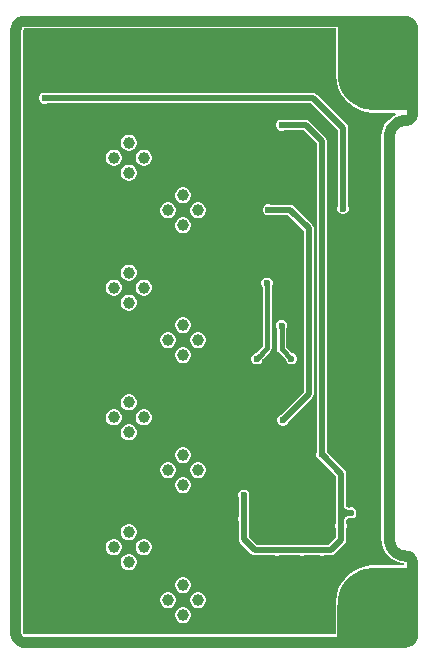
<source format=gbr>
G04*
G04 #@! TF.GenerationSoftware,Altium Limited,Altium Designer,24.1.2 (44)*
G04*
G04 Layer_Physical_Order=1*
G04 Layer_Color=255*
%FSLAX44Y44*%
%MOMM*%
G71*
G04*
G04 #@! TF.SameCoordinates,1B47F422-010E-43AE-BF46-818BA779A623*
G04*
G04*
G04 #@! TF.FilePolarity,Positive*
G04*
G01*
G75*
%ADD13C,0.8890*%
%ADD22C,0.3810*%
%ADD23C,0.5000*%
%ADD24R,3.1554X3.1594*%
%ADD25R,6.3304X4.4555*%
%ADD26R,3.1750X3.1555*%
%ADD27R,3.1533X6.3308*%
%ADD28C,1.0000*%
%ADD29C,6.3500*%
%ADD30C,0.6000*%
G36*
X275435Y486000D02*
X275470Y485825D01*
Y483361D01*
X276296Y478148D01*
X277927Y473129D01*
X280323Y468426D01*
X283425Y464157D01*
X287157Y460425D01*
X291426Y457323D01*
X296129Y454926D01*
X301148Y453296D01*
X306361Y452470D01*
X311639D01*
X312404Y452591D01*
X325904D01*
X326349Y450813D01*
X323462Y449270D01*
X320314Y446687D01*
X317731Y443539D01*
X315812Y439948D01*
X314630Y436052D01*
X314236Y432055D01*
X314212Y432055D01*
X314209Y432038D01*
X314212Y432026D01*
X314208Y431903D01*
X314208Y430277D01*
Y92000D01*
X314251Y91782D01*
X314629Y87948D01*
X315811Y84052D01*
X317730Y80461D01*
X320313Y77313D01*
X323461Y74730D01*
X327052Y72811D01*
X330948Y71629D01*
X333819Y71346D01*
X333732Y69568D01*
X309000D01*
X308808Y69530D01*
X306361D01*
X301148Y68704D01*
X296129Y67073D01*
X291426Y64677D01*
X287157Y61575D01*
X283425Y57843D01*
X280323Y53574D01*
X277927Y48871D01*
X276296Y43852D01*
X275470Y38639D01*
Y36175D01*
X275435Y36000D01*
Y10792D01*
X12032D01*
X11404Y11404D01*
X10792Y12032D01*
Y522968D01*
X11404Y523596D01*
X12032Y524208D01*
X275435D01*
Y486000D01*
D02*
G37*
G36*
X341558Y36818D02*
X343642Y26756D01*
X344497Y20863D01*
X344925Y15622D01*
X344978Y13247D01*
X336088Y11424D01*
X336017Y12436D01*
X335802Y13220D01*
X335444Y13776D01*
X334943Y14104D01*
X334298Y14204D01*
X333510Y14076D01*
X332579Y13720D01*
X331628Y13202D01*
X331133Y12337D01*
X330746Y11422D01*
X330578Y10649D01*
X330627Y10016D01*
X330894Y9523D01*
X331378Y9171D01*
X332080Y8960D01*
X333000Y8890D01*
X331563Y0D01*
X329185Y54D01*
X323947Y486D01*
X318065Y1349D01*
X308035Y3454D01*
X300544Y5397D01*
X330066Y14800D01*
X330333Y15622D01*
X339635Y44342D01*
X341558Y36818D01*
D02*
G37*
%LPC*%
G36*
X101393Y433980D02*
X99607D01*
X97883Y433518D01*
X96337Y432625D01*
X95075Y431363D01*
X94182Y429817D01*
X93720Y428093D01*
Y426307D01*
X94182Y424583D01*
X95075Y423037D01*
X96337Y421775D01*
X97883Y420882D01*
X99607Y420420D01*
X101393D01*
X103117Y420882D01*
X104663Y421775D01*
X105925Y423037D01*
X106818Y424583D01*
X107280Y426307D01*
Y428093D01*
X106818Y429817D01*
X105925Y431363D01*
X104663Y432625D01*
X103117Y433518D01*
X101393Y433980D01*
D02*
G37*
G36*
X114093Y421280D02*
X112307D01*
X110583Y420818D01*
X109037Y419925D01*
X107775Y418663D01*
X106882Y417117D01*
X106420Y415393D01*
Y413607D01*
X106882Y411883D01*
X107775Y410337D01*
X109037Y409075D01*
X110583Y408182D01*
X112307Y407720D01*
X114093D01*
X115817Y408182D01*
X117363Y409075D01*
X118625Y410337D01*
X119518Y411883D01*
X119980Y413607D01*
Y415393D01*
X119518Y417117D01*
X118625Y418663D01*
X117363Y419925D01*
X115817Y420818D01*
X114093Y421280D01*
D02*
G37*
G36*
X88693D02*
X86907D01*
X85183Y420818D01*
X83637Y419925D01*
X82375Y418663D01*
X81482Y417117D01*
X81020Y415393D01*
Y413607D01*
X81482Y411883D01*
X82375Y410337D01*
X83637Y409075D01*
X85183Y408182D01*
X86907Y407720D01*
X88693D01*
X90417Y408182D01*
X91963Y409075D01*
X93225Y410337D01*
X94118Y411883D01*
X94580Y413607D01*
Y415393D01*
X94118Y417117D01*
X93225Y418663D01*
X91963Y419925D01*
X90417Y420818D01*
X88693Y421280D01*
D02*
G37*
G36*
X101393Y408580D02*
X99607D01*
X97883Y408118D01*
X96337Y407225D01*
X95075Y405963D01*
X94182Y404417D01*
X93720Y402693D01*
Y400907D01*
X94182Y399183D01*
X95075Y397637D01*
X96337Y396375D01*
X97883Y395482D01*
X99607Y395020D01*
X101393D01*
X103117Y395482D01*
X104663Y396375D01*
X105925Y397637D01*
X106818Y399183D01*
X107280Y400907D01*
Y402693D01*
X106818Y404417D01*
X105925Y405963D01*
X104663Y407225D01*
X103117Y408118D01*
X101393Y408580D01*
D02*
G37*
G36*
X147193Y389280D02*
X145407D01*
X143683Y388818D01*
X142137Y387925D01*
X140875Y386663D01*
X139982Y385117D01*
X139520Y383393D01*
Y381607D01*
X139982Y379883D01*
X140875Y378337D01*
X142137Y377075D01*
X143683Y376182D01*
X145407Y375720D01*
X147193D01*
X148917Y376182D01*
X150463Y377075D01*
X151725Y378337D01*
X152618Y379883D01*
X153080Y381607D01*
Y383393D01*
X152618Y385117D01*
X151725Y386663D01*
X150463Y387925D01*
X148917Y388818D01*
X147193Y389280D01*
D02*
G37*
G36*
X30101Y469600D02*
X28199D01*
X26442Y468872D01*
X25098Y467528D01*
X24370Y465771D01*
Y463869D01*
X25098Y462112D01*
X26442Y460768D01*
X28199Y460040D01*
X30101D01*
X31105Y460456D01*
X254732D01*
X277322Y437866D01*
Y373303D01*
X276906Y372299D01*
Y370397D01*
X277634Y368640D01*
X278978Y367296D01*
X280735Y366568D01*
X282637D01*
X284394Y367296D01*
X285738Y368640D01*
X286466Y370397D01*
Y372299D01*
X286050Y373303D01*
Y439674D01*
X285718Y441344D01*
X284772Y442760D01*
X259626Y467906D01*
X258210Y468852D01*
X256540Y469184D01*
X31105D01*
X30101Y469600D01*
D02*
G37*
G36*
X159893Y376580D02*
X158107D01*
X156383Y376118D01*
X154837Y375225D01*
X153575Y373963D01*
X152682Y372417D01*
X152220Y370693D01*
Y368907D01*
X152682Y367183D01*
X153575Y365637D01*
X154837Y364375D01*
X156383Y363482D01*
X158107Y363020D01*
X159893D01*
X161617Y363482D01*
X163163Y364375D01*
X164425Y365637D01*
X165318Y367183D01*
X165780Y368907D01*
Y370693D01*
X165318Y372417D01*
X164425Y373963D01*
X163163Y375225D01*
X161617Y376118D01*
X159893Y376580D01*
D02*
G37*
G36*
X134493D02*
X132707D01*
X130983Y376118D01*
X129437Y375225D01*
X128175Y373963D01*
X127282Y372417D01*
X126820Y370693D01*
Y368907D01*
X127282Y367183D01*
X128175Y365637D01*
X129437Y364375D01*
X130983Y363482D01*
X132707Y363020D01*
X134493D01*
X136217Y363482D01*
X137763Y364375D01*
X139025Y365637D01*
X139918Y367183D01*
X140380Y368907D01*
Y370693D01*
X139918Y372417D01*
X139025Y373963D01*
X137763Y375225D01*
X136217Y376118D01*
X134493Y376580D01*
D02*
G37*
G36*
X147193Y363880D02*
X145407D01*
X143683Y363418D01*
X142137Y362525D01*
X140875Y361263D01*
X139982Y359717D01*
X139520Y357993D01*
Y356207D01*
X139982Y354483D01*
X140875Y352937D01*
X142137Y351675D01*
X143683Y350782D01*
X145407Y350320D01*
X147193D01*
X148917Y350782D01*
X150463Y351675D01*
X151725Y352937D01*
X152618Y354483D01*
X153080Y356207D01*
Y357993D01*
X152618Y359717D01*
X151725Y361263D01*
X150463Y362525D01*
X148917Y363418D01*
X147193Y363880D01*
D02*
G37*
G36*
X101393Y323980D02*
X99607D01*
X97883Y323518D01*
X96337Y322625D01*
X95075Y321363D01*
X94182Y319817D01*
X93720Y318093D01*
Y316307D01*
X94182Y314583D01*
X95075Y313037D01*
X96337Y311775D01*
X97883Y310882D01*
X99607Y310420D01*
X101393D01*
X103117Y310882D01*
X104663Y311775D01*
X105925Y313037D01*
X106818Y314583D01*
X107280Y316307D01*
Y318093D01*
X106818Y319817D01*
X105925Y321363D01*
X104663Y322625D01*
X103117Y323518D01*
X101393Y323980D01*
D02*
G37*
G36*
X114093Y311280D02*
X112307D01*
X110583Y310818D01*
X109037Y309925D01*
X107775Y308663D01*
X106882Y307117D01*
X106420Y305393D01*
Y303607D01*
X106882Y301883D01*
X107775Y300337D01*
X109037Y299075D01*
X110583Y298182D01*
X112307Y297720D01*
X114093D01*
X115817Y298182D01*
X117363Y299075D01*
X118625Y300337D01*
X119518Y301883D01*
X119980Y303607D01*
Y305393D01*
X119518Y307117D01*
X118625Y308663D01*
X117363Y309925D01*
X115817Y310818D01*
X114093Y311280D01*
D02*
G37*
G36*
X88693D02*
X86907D01*
X85183Y310818D01*
X83637Y309925D01*
X82375Y308663D01*
X81482Y307117D01*
X81020Y305393D01*
Y303607D01*
X81482Y301883D01*
X82375Y300337D01*
X83637Y299075D01*
X85183Y298182D01*
X86907Y297720D01*
X88693D01*
X90417Y298182D01*
X91963Y299075D01*
X93225Y300337D01*
X94118Y301883D01*
X94580Y303607D01*
Y305393D01*
X94118Y307117D01*
X93225Y308663D01*
X91963Y309925D01*
X90417Y310818D01*
X88693Y311280D01*
D02*
G37*
G36*
X101393Y298580D02*
X99607D01*
X97883Y298118D01*
X96337Y297225D01*
X95075Y295963D01*
X94182Y294417D01*
X93720Y292693D01*
Y290907D01*
X94182Y289183D01*
X95075Y287637D01*
X96337Y286375D01*
X97883Y285482D01*
X99607Y285020D01*
X101393D01*
X103117Y285482D01*
X104663Y286375D01*
X105925Y287637D01*
X106818Y289183D01*
X107280Y290907D01*
Y292693D01*
X106818Y294417D01*
X105925Y295963D01*
X104663Y297225D01*
X103117Y298118D01*
X101393Y298580D01*
D02*
G37*
G36*
X147193Y279280D02*
X145407D01*
X143683Y278818D01*
X142137Y277925D01*
X140875Y276663D01*
X139982Y275117D01*
X139520Y273393D01*
Y271607D01*
X139982Y269883D01*
X140875Y268337D01*
X142137Y267075D01*
X143683Y266182D01*
X145407Y265720D01*
X147193D01*
X148917Y266182D01*
X150463Y267075D01*
X151725Y268337D01*
X152618Y269883D01*
X153080Y271607D01*
Y273393D01*
X152618Y275117D01*
X151725Y276663D01*
X150463Y277925D01*
X148917Y278818D01*
X147193Y279280D01*
D02*
G37*
G36*
X159893Y266580D02*
X158107D01*
X156383Y266118D01*
X154837Y265225D01*
X153575Y263963D01*
X152682Y262417D01*
X152220Y260693D01*
Y258907D01*
X152682Y257183D01*
X153575Y255637D01*
X154837Y254375D01*
X156383Y253482D01*
X158107Y253020D01*
X159893D01*
X161617Y253482D01*
X163163Y254375D01*
X164425Y255637D01*
X165318Y257183D01*
X165780Y258907D01*
Y260693D01*
X165318Y262417D01*
X164425Y263963D01*
X163163Y265225D01*
X161617Y266118D01*
X159893Y266580D01*
D02*
G37*
G36*
X134493D02*
X132707D01*
X130983Y266118D01*
X129437Y265225D01*
X128175Y263963D01*
X127282Y262417D01*
X126820Y260693D01*
Y258907D01*
X127282Y257183D01*
X128175Y255637D01*
X129437Y254375D01*
X130983Y253482D01*
X132707Y253020D01*
X134493D01*
X136217Y253482D01*
X137763Y254375D01*
X139025Y255637D01*
X139918Y257183D01*
X140380Y258907D01*
Y260693D01*
X139918Y262417D01*
X139025Y263963D01*
X137763Y265225D01*
X136217Y266118D01*
X134493Y266580D01*
D02*
G37*
G36*
X147193Y253880D02*
X145407D01*
X143683Y253418D01*
X142137Y252525D01*
X140875Y251263D01*
X139982Y249717D01*
X139520Y247993D01*
Y246207D01*
X139982Y244483D01*
X140875Y242937D01*
X142137Y241675D01*
X143683Y240782D01*
X145407Y240320D01*
X147193D01*
X148917Y240782D01*
X150463Y241675D01*
X151725Y242937D01*
X152618Y244483D01*
X153080Y246207D01*
Y247993D01*
X152618Y249717D01*
X151725Y251263D01*
X150463Y252525D01*
X148917Y253418D01*
X147193Y253880D01*
D02*
G37*
G36*
X230659Y277068D02*
X228757D01*
X227000Y276340D01*
X225656Y274996D01*
X224928Y273239D01*
Y271337D01*
X225656Y269580D01*
X225951Y269285D01*
Y252554D01*
X226237Y251116D01*
X227051Y249897D01*
X233303Y243646D01*
Y243228D01*
X234030Y241472D01*
X235375Y240127D01*
X237132Y239399D01*
X239033D01*
X240790Y240127D01*
X242135Y241472D01*
X242863Y243228D01*
Y245130D01*
X242135Y246887D01*
X240790Y248232D01*
X239033Y248959D01*
X238616D01*
X233465Y254110D01*
Y269285D01*
X233760Y269580D01*
X234488Y271337D01*
Y273239D01*
X233760Y274996D01*
X232416Y276340D01*
X230659Y277068D01*
D02*
G37*
G36*
X218477Y312984D02*
X216575D01*
X214818Y312256D01*
X213474Y310912D01*
X212746Y309155D01*
Y307253D01*
X213474Y305496D01*
X213746Y305224D01*
X213769Y304886D01*
Y254473D01*
X208255Y248959D01*
X207837D01*
X206080Y248232D01*
X204736Y246887D01*
X204008Y245130D01*
Y243228D01*
X204736Y241472D01*
X206080Y240127D01*
X207837Y239399D01*
X209739D01*
X211496Y240127D01*
X212840Y241472D01*
X213568Y243228D01*
Y243613D01*
X213791Y243869D01*
X220183Y250261D01*
X220997Y251479D01*
X221283Y252917D01*
Y305201D01*
X221578Y305496D01*
X222306Y307253D01*
Y309155D01*
X221578Y310912D01*
X220234Y312256D01*
X218477Y312984D01*
D02*
G37*
G36*
X101393Y213980D02*
X99607D01*
X97883Y213518D01*
X96337Y212625D01*
X95075Y211363D01*
X94182Y209817D01*
X93720Y208093D01*
Y206307D01*
X94182Y204583D01*
X95075Y203037D01*
X96337Y201775D01*
X97883Y200882D01*
X99607Y200420D01*
X101393D01*
X103117Y200882D01*
X104663Y201775D01*
X105925Y203037D01*
X106818Y204583D01*
X107280Y206307D01*
Y208093D01*
X106818Y209817D01*
X105925Y211363D01*
X104663Y212625D01*
X103117Y213518D01*
X101393Y213980D01*
D02*
G37*
G36*
X114093Y201280D02*
X112307D01*
X110583Y200818D01*
X109037Y199925D01*
X107775Y198663D01*
X106882Y197117D01*
X106420Y195393D01*
Y193607D01*
X106882Y191883D01*
X107775Y190337D01*
X109037Y189075D01*
X110583Y188182D01*
X112307Y187720D01*
X114093D01*
X115817Y188182D01*
X117363Y189075D01*
X118625Y190337D01*
X119518Y191883D01*
X119980Y193607D01*
Y195393D01*
X119518Y197117D01*
X118625Y198663D01*
X117363Y199925D01*
X115817Y200818D01*
X114093Y201280D01*
D02*
G37*
G36*
X88693D02*
X86907D01*
X85183Y200818D01*
X83637Y199925D01*
X82375Y198663D01*
X81482Y197117D01*
X81020Y195393D01*
Y193607D01*
X81482Y191883D01*
X82375Y190337D01*
X83637Y189075D01*
X85183Y188182D01*
X86907Y187720D01*
X88693D01*
X90417Y188182D01*
X91963Y189075D01*
X93225Y190337D01*
X94118Y191883D01*
X94580Y193607D01*
Y195393D01*
X94118Y197117D01*
X93225Y198663D01*
X91963Y199925D01*
X90417Y200818D01*
X88693Y201280D01*
D02*
G37*
G36*
X219645Y375112D02*
X217743D01*
X215986Y374384D01*
X214642Y373040D01*
X213914Y371283D01*
Y369381D01*
X214642Y367624D01*
X215986Y366280D01*
X217743Y365552D01*
X219645D01*
X220650Y365968D01*
X235192D01*
X248366Y352794D01*
Y216241D01*
X229051Y196925D01*
X228046Y196509D01*
X226702Y195165D01*
X225974Y193408D01*
Y191506D01*
X226702Y189749D01*
X228046Y188405D01*
X229803Y187677D01*
X231705D01*
X233462Y188405D01*
X234806Y189749D01*
X235222Y190754D01*
X255816Y211347D01*
X256762Y212763D01*
X257094Y214433D01*
Y354601D01*
X256762Y356271D01*
X255816Y357687D01*
X240085Y373418D01*
X238669Y374364D01*
X236999Y374696D01*
X220650D01*
X219645Y375112D01*
D02*
G37*
G36*
X101393Y188580D02*
X99607D01*
X97883Y188118D01*
X96337Y187225D01*
X95075Y185963D01*
X94182Y184417D01*
X93720Y182693D01*
Y180907D01*
X94182Y179183D01*
X95075Y177637D01*
X96337Y176375D01*
X97883Y175482D01*
X99607Y175020D01*
X101393D01*
X103117Y175482D01*
X104663Y176375D01*
X105925Y177637D01*
X106818Y179183D01*
X107280Y180907D01*
Y182693D01*
X106818Y184417D01*
X105925Y185963D01*
X104663Y187225D01*
X103117Y188118D01*
X101393Y188580D01*
D02*
G37*
G36*
X147193Y169280D02*
X145407D01*
X143683Y168818D01*
X142137Y167925D01*
X140875Y166663D01*
X139982Y165117D01*
X139520Y163393D01*
Y161607D01*
X139982Y159883D01*
X140875Y158337D01*
X142137Y157075D01*
X143683Y156182D01*
X145407Y155720D01*
X147193D01*
X148917Y156182D01*
X150463Y157075D01*
X151725Y158337D01*
X152618Y159883D01*
X153080Y161607D01*
Y163393D01*
X152618Y165117D01*
X151725Y166663D01*
X150463Y167925D01*
X148917Y168818D01*
X147193Y169280D01*
D02*
G37*
G36*
X159893Y156580D02*
X158107D01*
X156383Y156118D01*
X154837Y155225D01*
X153575Y153963D01*
X152682Y152417D01*
X152220Y150693D01*
Y148907D01*
X152682Y147183D01*
X153575Y145637D01*
X154837Y144375D01*
X156383Y143482D01*
X158107Y143020D01*
X159893D01*
X161617Y143482D01*
X163163Y144375D01*
X164425Y145637D01*
X165318Y147183D01*
X165780Y148907D01*
Y150693D01*
X165318Y152417D01*
X164425Y153963D01*
X163163Y155225D01*
X161617Y156118D01*
X159893Y156580D01*
D02*
G37*
G36*
X134493D02*
X132707D01*
X130983Y156118D01*
X129437Y155225D01*
X128175Y153963D01*
X127282Y152417D01*
X126820Y150693D01*
Y148907D01*
X127282Y147183D01*
X128175Y145637D01*
X129437Y144375D01*
X130983Y143482D01*
X132707Y143020D01*
X134493D01*
X136217Y143482D01*
X137763Y144375D01*
X139025Y145637D01*
X139918Y147183D01*
X140380Y148907D01*
Y150693D01*
X139918Y152417D01*
X139025Y153963D01*
X137763Y155225D01*
X136217Y156118D01*
X134493Y156580D01*
D02*
G37*
G36*
X147193Y143880D02*
X145407D01*
X143683Y143418D01*
X142137Y142525D01*
X140875Y141263D01*
X139982Y139717D01*
X139520Y137993D01*
Y136207D01*
X139982Y134483D01*
X140875Y132937D01*
X142137Y131675D01*
X143683Y130782D01*
X145407Y130320D01*
X147193D01*
X148917Y130782D01*
X150463Y131675D01*
X151725Y132937D01*
X152618Y134483D01*
X153080Y136207D01*
Y137993D01*
X152618Y139717D01*
X151725Y141263D01*
X150463Y142525D01*
X148917Y143418D01*
X147193Y143880D01*
D02*
G37*
G36*
X101393Y103980D02*
X99607D01*
X97883Y103518D01*
X96337Y102625D01*
X95075Y101363D01*
X94182Y99817D01*
X93720Y98093D01*
Y96307D01*
X94182Y94583D01*
X95075Y93037D01*
X96337Y91775D01*
X97883Y90882D01*
X99607Y90420D01*
X101393D01*
X103117Y90882D01*
X104663Y91775D01*
X105925Y93037D01*
X106818Y94583D01*
X107280Y96307D01*
Y98093D01*
X106818Y99817D01*
X105925Y101363D01*
X104663Y102625D01*
X103117Y103518D01*
X101393Y103980D01*
D02*
G37*
G36*
X230659Y446778D02*
X228757D01*
X227000Y446051D01*
X225656Y444706D01*
X224928Y442949D01*
Y441048D01*
X225656Y439291D01*
X227000Y437946D01*
X228757Y437219D01*
X230659D01*
X231663Y437635D01*
X248618D01*
X259404Y426848D01*
Y165162D01*
X258988Y164157D01*
Y162255D01*
X259716Y160498D01*
X261060Y159154D01*
X262065Y158738D01*
X275609Y145193D01*
Y113768D01*
Y104892D01*
X275193Y103888D01*
Y101986D01*
X275609Y100981D01*
Y92558D01*
X269457Y86406D01*
X265861D01*
X264857Y86822D01*
X262955D01*
X261950Y86406D01*
X248808D01*
X247804Y86822D01*
X245902D01*
X244897Y86406D01*
X227834D01*
X226829Y86822D01*
X224928D01*
X223923Y86406D01*
X208818D01*
X202161Y93062D01*
Y106876D01*
X202577Y107880D01*
Y109782D01*
X202161Y110787D01*
Y126750D01*
X202577Y127755D01*
Y129657D01*
X201850Y131414D01*
X200505Y132758D01*
X198748Y133486D01*
X196847D01*
X195090Y132758D01*
X193745Y131414D01*
X193017Y129657D01*
Y127755D01*
X193433Y126750D01*
Y110787D01*
X193017Y109782D01*
Y107880D01*
X193433Y106876D01*
Y91255D01*
X193766Y89585D01*
X194712Y88169D01*
X203924Y78956D01*
X205340Y78010D01*
X207010Y77678D01*
X223923D01*
X224928Y77262D01*
X226829D01*
X227834Y77678D01*
X244897D01*
X245902Y77262D01*
X247804D01*
X248808Y77678D01*
X261950D01*
X262955Y77262D01*
X264857D01*
X265861Y77678D01*
X271265D01*
X272935Y78010D01*
X274350Y78956D01*
X283059Y87665D01*
X284005Y89080D01*
X284337Y90750D01*
Y100981D01*
X284753Y101986D01*
Y103888D01*
X284337Y104892D01*
Y107053D01*
X284437Y107621D01*
X284595Y108095D01*
X284788Y108454D01*
X285013Y108728D01*
X285287Y108953D01*
X285646Y109146D01*
X286120Y109304D01*
X286497Y109370D01*
X287421Y108988D01*
X289322D01*
X291079Y109716D01*
X292424Y111060D01*
X293151Y112817D01*
Y114719D01*
X292424Y116476D01*
X291079Y117820D01*
X289322Y118548D01*
X287421D01*
X286497Y118165D01*
X286120Y118232D01*
X285646Y118390D01*
X285287Y118583D01*
X285013Y118808D01*
X284788Y119082D01*
X284595Y119440D01*
X284437Y119915D01*
X284337Y120483D01*
Y147001D01*
X284005Y148671D01*
X283059Y150087D01*
X268236Y164909D01*
X268132Y165162D01*
Y428656D01*
X267800Y430326D01*
X266854Y431741D01*
X253511Y445084D01*
X252095Y446030D01*
X250425Y446362D01*
X231663D01*
X230659Y446778D01*
D02*
G37*
G36*
X114093Y91280D02*
X112307D01*
X110583Y90818D01*
X109037Y89925D01*
X107775Y88663D01*
X106882Y87117D01*
X106420Y85393D01*
Y83607D01*
X106882Y81883D01*
X107775Y80337D01*
X109037Y79075D01*
X110583Y78182D01*
X112307Y77720D01*
X114093D01*
X115817Y78182D01*
X117363Y79075D01*
X118625Y80337D01*
X119518Y81883D01*
X119980Y83607D01*
Y85393D01*
X119518Y87117D01*
X118625Y88663D01*
X117363Y89925D01*
X115817Y90818D01*
X114093Y91280D01*
D02*
G37*
G36*
X88693D02*
X86907D01*
X85183Y90818D01*
X83637Y89925D01*
X82375Y88663D01*
X81482Y87117D01*
X81020Y85393D01*
Y83607D01*
X81482Y81883D01*
X82375Y80337D01*
X83637Y79075D01*
X85183Y78182D01*
X86907Y77720D01*
X88693D01*
X90417Y78182D01*
X91963Y79075D01*
X93225Y80337D01*
X94118Y81883D01*
X94580Y83607D01*
Y85393D01*
X94118Y87117D01*
X93225Y88663D01*
X91963Y89925D01*
X90417Y90818D01*
X88693Y91280D01*
D02*
G37*
G36*
X101393Y78580D02*
X99607D01*
X97883Y78118D01*
X96337Y77225D01*
X95075Y75963D01*
X94182Y74417D01*
X93720Y72693D01*
Y70907D01*
X94182Y69183D01*
X95075Y67637D01*
X96337Y66375D01*
X97883Y65482D01*
X99607Y65020D01*
X101393D01*
X103117Y65482D01*
X104663Y66375D01*
X105925Y67637D01*
X106818Y69183D01*
X107280Y70907D01*
Y72693D01*
X106818Y74417D01*
X105925Y75963D01*
X104663Y77225D01*
X103117Y78118D01*
X101393Y78580D01*
D02*
G37*
G36*
X147193Y59280D02*
X145407D01*
X143683Y58818D01*
X142137Y57925D01*
X140875Y56663D01*
X139982Y55117D01*
X139520Y53393D01*
Y51607D01*
X139982Y49883D01*
X140875Y48337D01*
X142137Y47075D01*
X143683Y46182D01*
X145407Y45720D01*
X147193D01*
X148917Y46182D01*
X150463Y47075D01*
X151725Y48337D01*
X152618Y49883D01*
X153080Y51607D01*
Y53393D01*
X152618Y55117D01*
X151725Y56663D01*
X150463Y57925D01*
X148917Y58818D01*
X147193Y59280D01*
D02*
G37*
G36*
X159893Y46580D02*
X158107D01*
X156383Y46118D01*
X154837Y45225D01*
X153575Y43963D01*
X152682Y42417D01*
X152220Y40693D01*
Y38907D01*
X152682Y37183D01*
X153575Y35637D01*
X154837Y34375D01*
X156383Y33482D01*
X158107Y33020D01*
X159893D01*
X161617Y33482D01*
X163163Y34375D01*
X164425Y35637D01*
X165318Y37183D01*
X165780Y38907D01*
Y40693D01*
X165318Y42417D01*
X164425Y43963D01*
X163163Y45225D01*
X161617Y46118D01*
X159893Y46580D01*
D02*
G37*
G36*
X134493D02*
X132707D01*
X130983Y46118D01*
X129437Y45225D01*
X128175Y43963D01*
X127282Y42417D01*
X126820Y40693D01*
Y38907D01*
X127282Y37183D01*
X128175Y35637D01*
X129437Y34375D01*
X130983Y33482D01*
X132707Y33020D01*
X134493D01*
X136217Y33482D01*
X137763Y34375D01*
X139025Y35637D01*
X139918Y37183D01*
X140380Y38907D01*
Y40693D01*
X139918Y42417D01*
X139025Y43963D01*
X137763Y45225D01*
X136217Y46118D01*
X134493Y46580D01*
D02*
G37*
G36*
X147193Y33880D02*
X145407D01*
X143683Y33418D01*
X142137Y32525D01*
X140875Y31263D01*
X139982Y29717D01*
X139520Y27993D01*
Y26207D01*
X139982Y24483D01*
X140875Y22937D01*
X142137Y21675D01*
X143683Y20782D01*
X145407Y20320D01*
X147193D01*
X148917Y20782D01*
X150463Y21675D01*
X151725Y22937D01*
X152618Y24483D01*
X153080Y26207D01*
Y27993D01*
X152618Y29717D01*
X151725Y31263D01*
X150463Y32525D01*
X148917Y33418D01*
X147193Y33880D01*
D02*
G37*
%LPD*%
G36*
X219589Y306007D02*
X219556Y305921D01*
X219527Y305804D01*
X219501Y305654D01*
X219462Y305259D01*
X219439Y304736D01*
X219431Y304086D01*
X215621D01*
X215619Y304427D01*
X215525Y305804D01*
X215496Y305921D01*
X215463Y306007D01*
X215426Y306062D01*
X219626D01*
X219589Y306007D01*
D02*
G37*
G36*
X213047Y245744D02*
X212807Y245501D01*
X211900Y244462D01*
X211837Y244358D01*
X211800Y244274D01*
X211788Y244209D01*
X208818Y247179D01*
X208883Y247191D01*
X208967Y247229D01*
X209071Y247291D01*
X209195Y247379D01*
X209501Y247631D01*
X209887Y247984D01*
X210352Y248438D01*
X213047Y245744D01*
D02*
G37*
G36*
X282523Y120318D02*
X282673Y119468D01*
X282923Y118718D01*
X283273Y118068D01*
X283723Y117518D01*
X284273Y117068D01*
X284923Y116718D01*
X285673Y116468D01*
X286523Y116318D01*
X287473Y116268D01*
Y111268D01*
X286523Y111218D01*
X285673Y111068D01*
X284923Y110818D01*
X284273Y110468D01*
X283723Y110018D01*
X283273Y109468D01*
X282923Y108818D01*
X282673Y108068D01*
X282523Y107218D01*
X282473Y106268D01*
X277473Y113768D01*
X282473Y121268D01*
X282523Y120318D01*
D02*
G37*
D13*
X340554Y452520D02*
X340523Y451758D01*
X335010Y446445D02*
X337621Y447102D01*
X339617Y448909D01*
X340528Y451443D01*
X340533Y72491D02*
X339638Y75057D01*
X337634Y76891D01*
X335000Y77555D01*
X340533Y523583D02*
X339801Y526290D01*
X338132Y528545D01*
X335756Y530034D01*
X333000Y530555D01*
X334968Y446445D02*
X332468Y446221D01*
X330045Y445568D01*
X327771Y444505D01*
X325715Y443065D01*
X323940Y441290D01*
X322499Y439235D01*
X321435Y436962D01*
X320781Y434538D01*
X320556Y432038D01*
X320555Y92000D02*
X320774Y89492D01*
X321426Y87059D01*
X322490Y84777D01*
X323935Y82715D01*
X325715Y80934D01*
X327777Y79490D01*
X330060Y78426D01*
X332492Y77775D01*
X335000Y77555D01*
X12000Y530555D02*
X9665Y530185D01*
X7559Y529112D01*
X5888Y527441D01*
X4815Y525335D01*
X4445Y523000D01*
X333000Y4445D02*
X335758Y4966D01*
X338135Y6458D01*
X339803Y8714D01*
X340533Y11424D01*
X4445Y12000D02*
X4815Y9665D01*
X5888Y7559D01*
X7559Y5888D01*
X9665Y4815D01*
X12000Y4445D01*
X340554Y452520D02*
Y523163D01*
X340533Y11424D02*
Y72491D01*
X12000Y530555D02*
X333000D01*
X320555Y92000D02*
Y431903D01*
X12000Y4445D02*
X333000D01*
X4445Y12000D02*
Y523000D01*
D22*
X229708Y252554D02*
Y272288D01*
Y252554D02*
X238083Y244179D01*
X217526Y252917D02*
Y308204D01*
X208788Y244179D02*
X217526Y252917D01*
D23*
X29150Y464820D02*
X256540D01*
X281686Y439674D01*
Y371348D02*
Y439674D01*
X218694Y370332D02*
X236999D01*
X252730Y214433D02*
Y354601D01*
X236999Y370332D02*
X252730Y354601D01*
X230754Y192457D02*
X252730Y214433D01*
X279973Y102937D02*
Y113768D01*
X288371D01*
X279973D02*
Y147001D01*
X263906Y82042D02*
X271265D01*
X197797Y91255D02*
X207010Y82042D01*
X197797Y91255D02*
Y108831D01*
X271265Y82042D02*
X279973Y90750D01*
Y102937D01*
X246853Y82042D02*
X263906D01*
X197797Y108831D02*
Y128706D01*
X207010Y82042D02*
X246853D01*
X263768Y163206D02*
X279973Y147001D01*
X263768Y163206D02*
Y428656D01*
X250425Y441998D02*
X263768Y428656D01*
X229708Y441998D02*
X250425D01*
D24*
X324777Y470203D02*
D03*
D25*
X308902Y508278D02*
D03*
D26*
X293125Y20222D02*
D03*
D27*
X324767Y36099D02*
D03*
D28*
X100500Y71800D02*
D03*
X87800Y84500D02*
D03*
X113200D02*
D03*
X100500Y97200D02*
D03*
X146300Y27100D02*
D03*
X133600Y39800D02*
D03*
X159000D02*
D03*
X146300Y52500D02*
D03*
X100500Y427200D02*
D03*
X113200Y414500D02*
D03*
X87800D02*
D03*
X100500Y401800D02*
D03*
X146300Y382500D02*
D03*
X159000Y369800D02*
D03*
X133600D02*
D03*
X146300Y357100D02*
D03*
X100500Y317200D02*
D03*
X113200Y304500D02*
D03*
X87800D02*
D03*
X100500Y291800D02*
D03*
X146300Y272500D02*
D03*
X159000Y259800D02*
D03*
X133600D02*
D03*
X146300Y247100D02*
D03*
X100500Y207200D02*
D03*
X113200Y194500D02*
D03*
X87800D02*
D03*
X100500Y181800D02*
D03*
X146300Y162500D02*
D03*
X159000Y149800D02*
D03*
X133600D02*
D03*
X146300Y137100D02*
D03*
X325164Y469836D02*
D03*
X292836D02*
D03*
Y502164D02*
D03*
X325164D02*
D03*
X331860Y486000D02*
D03*
X309000Y463140D02*
D03*
X286140Y486000D02*
D03*
X309000Y508860D02*
D03*
X325164Y19835D02*
D03*
X292836D02*
D03*
Y52165D02*
D03*
X325164D02*
D03*
X331860Y36000D02*
D03*
X309000Y13140D02*
D03*
X286140Y36000D02*
D03*
X309000Y58860D02*
D03*
D29*
Y486000D02*
D03*
Y36000D02*
D03*
D30*
X333114Y530371D02*
D03*
X317114Y530356D02*
D03*
X301114D02*
D03*
X285114D02*
D03*
X269114D02*
D03*
X253114D02*
D03*
X237114D02*
D03*
X221114D02*
D03*
X205114D02*
D03*
X189114D02*
D03*
X173114D02*
D03*
X157114D02*
D03*
X141114D02*
D03*
X125114D02*
D03*
X109114D02*
D03*
X93114D02*
D03*
X77114D02*
D03*
X61114D02*
D03*
X45114D02*
D03*
X29114D02*
D03*
X13114D02*
D03*
X4644Y516782D02*
D03*
Y500782D02*
D03*
Y484782D02*
D03*
Y468782D02*
D03*
Y452782D02*
D03*
Y436782D02*
D03*
Y420782D02*
D03*
Y404782D02*
D03*
Y388782D02*
D03*
Y372782D02*
D03*
Y356782D02*
D03*
Y340782D02*
D03*
Y324782D02*
D03*
Y308782D02*
D03*
Y292782D02*
D03*
Y276782D02*
D03*
Y260782D02*
D03*
Y244782D02*
D03*
Y228782D02*
D03*
Y212782D02*
D03*
Y196782D02*
D03*
Y180782D02*
D03*
Y164782D02*
D03*
Y148782D02*
D03*
Y132782D02*
D03*
Y116782D02*
D03*
Y100782D02*
D03*
Y84782D02*
D03*
Y68782D02*
D03*
Y52782D02*
D03*
Y36782D02*
D03*
Y20782D02*
D03*
X8860Y5348D02*
D03*
X24845Y4644D02*
D03*
X40845D02*
D03*
X56845D02*
D03*
X72845D02*
D03*
X88845D02*
D03*
X104845D02*
D03*
X120845D02*
D03*
X136845D02*
D03*
X152845D02*
D03*
X168845D02*
D03*
X184845D02*
D03*
X200845D02*
D03*
X216845D02*
D03*
X232845D02*
D03*
X248845D02*
D03*
X264845D02*
D03*
X280845D02*
D03*
X340335Y63779D02*
D03*
X332650Y77812D02*
D03*
X321004Y88783D02*
D03*
X320356Y104770D02*
D03*
Y120770D02*
D03*
Y136770D02*
D03*
Y152770D02*
D03*
Y168770D02*
D03*
Y184770D02*
D03*
Y200770D02*
D03*
Y216770D02*
D03*
Y232770D02*
D03*
Y248770D02*
D03*
Y264770D02*
D03*
Y280770D02*
D03*
Y296770D02*
D03*
Y312770D02*
D03*
Y328770D02*
D03*
Y344770D02*
D03*
Y360770D02*
D03*
Y376770D02*
D03*
Y392770D02*
D03*
Y408770D02*
D03*
Y424770D02*
D03*
X323615Y440435D02*
D03*
X337961Y447520D02*
D03*
X340355Y463340D02*
D03*
Y511339D02*
D03*
X216662Y135750D02*
D03*
X309000Y251546D02*
D03*
Y222546D02*
D03*
Y106546D02*
D03*
Y135546D02*
D03*
Y164546D02*
D03*
Y193546D02*
D03*
X187198Y351037D02*
D03*
Y380037D02*
D03*
X29250Y483750D02*
D03*
Y512750D02*
D03*
X290250Y396750D02*
D03*
Y367750D02*
D03*
Y338750D02*
D03*
Y309750D02*
D03*
Y193750D02*
D03*
Y164750D02*
D03*
Y135750D02*
D03*
X261250Y512750D02*
D03*
Y483750D02*
D03*
X232250Y512750D02*
D03*
Y483750D02*
D03*
Y454750D02*
D03*
X203250Y512750D02*
D03*
Y483750D02*
D03*
Y454750D02*
D03*
Y425750D02*
D03*
Y309750D02*
D03*
X174250Y512750D02*
D03*
Y483750D02*
D03*
Y454750D02*
D03*
Y425750D02*
D03*
Y396750D02*
D03*
X145250Y512750D02*
D03*
Y483750D02*
D03*
Y454750D02*
D03*
Y367750D02*
D03*
Y193750D02*
D03*
X116250Y512750D02*
D03*
Y483750D02*
D03*
Y454750D02*
D03*
Y425750D02*
D03*
Y338750D02*
D03*
Y280750D02*
D03*
Y222750D02*
D03*
Y164750D02*
D03*
Y106750D02*
D03*
Y48750D02*
D03*
X87250Y512750D02*
D03*
Y483750D02*
D03*
Y454750D02*
D03*
Y425750D02*
D03*
Y338750D02*
D03*
Y280750D02*
D03*
Y251750D02*
D03*
Y222750D02*
D03*
Y164750D02*
D03*
Y135750D02*
D03*
Y106750D02*
D03*
Y48750D02*
D03*
X58250Y512750D02*
D03*
Y483750D02*
D03*
Y425750D02*
D03*
Y367750D02*
D03*
Y338750D02*
D03*
Y280750D02*
D03*
Y222750D02*
D03*
Y164750D02*
D03*
Y106750D02*
D03*
Y48750D02*
D03*
X238083Y244179D02*
D03*
X208788D02*
D03*
X200406Y256032D02*
D03*
X281178Y253238D02*
D03*
X254353Y121546D02*
D03*
Y106546D02*
D03*
X239353D02*
D03*
Y121546D02*
D03*
X246853Y114046D02*
D03*
X217526Y334621D02*
D03*
X210058Y316738D02*
D03*
X29150Y464820D02*
D03*
X281686Y371348D02*
D03*
X197797Y128706D02*
D03*
Y108831D02*
D03*
X225878Y82042D02*
D03*
X246853D02*
D03*
X263906D02*
D03*
X279973Y102937D02*
D03*
X288371Y113768D02*
D03*
X229708Y441998D02*
D03*
X263768Y163206D02*
D03*
X230754Y192457D02*
D03*
X218694Y370332D02*
D03*
X217526Y308204D02*
D03*
X229708Y272288D02*
D03*
M02*

</source>
